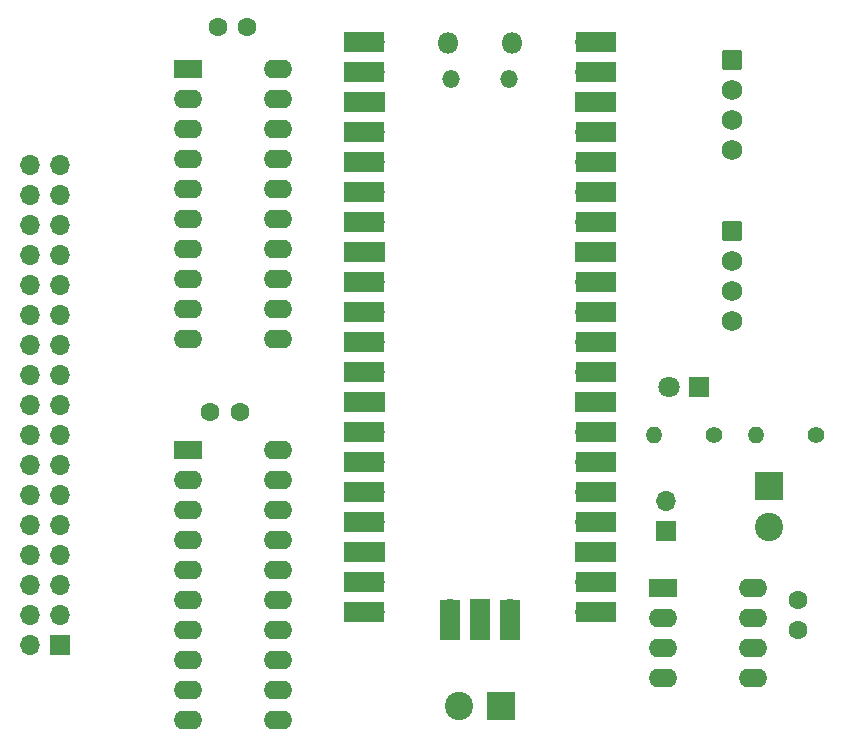
<source format=gbr>
%TF.GenerationSoftware,KiCad,Pcbnew,(5.99.0-13096-g792a8dca9d)*%
%TF.CreationDate,2021-11-07T07:43:55+01:00*%
%TF.ProjectId,wpcpowermon,77706370-6f77-4657-926d-6f6e2e6b6963,rev?*%
%TF.SameCoordinates,Original*%
%TF.FileFunction,Soldermask,Top*%
%TF.FilePolarity,Negative*%
%FSLAX46Y46*%
G04 Gerber Fmt 4.6, Leading zero omitted, Abs format (unit mm)*
G04 Created by KiCad (PCBNEW (5.99.0-13096-g792a8dca9d)) date 2021-11-07 07:43:55*
%MOMM*%
%LPD*%
G01*
G04 APERTURE LIST*
G04 Aperture macros list*
%AMRoundRect*
0 Rectangle with rounded corners*
0 $1 Rounding radius*
0 $2 $3 $4 $5 $6 $7 $8 $9 X,Y pos of 4 corners*
0 Add a 4 corners polygon primitive as box body*
4,1,4,$2,$3,$4,$5,$6,$7,$8,$9,$2,$3,0*
0 Add four circle primitives for the rounded corners*
1,1,$1+$1,$2,$3*
1,1,$1+$1,$4,$5*
1,1,$1+$1,$6,$7*
1,1,$1+$1,$8,$9*
0 Add four rect primitives between the rounded corners*
20,1,$1+$1,$2,$3,$4,$5,0*
20,1,$1+$1,$4,$5,$6,$7,0*
20,1,$1+$1,$6,$7,$8,$9,0*
20,1,$1+$1,$8,$9,$2,$3,0*%
G04 Aperture macros list end*
%ADD10R,2.400000X2.400000*%
%ADD11C,2.400000*%
%ADD12R,2.400000X1.600000*%
%ADD13O,2.400000X1.600000*%
%ADD14C,1.600000*%
%ADD15R,1.700000X1.700000*%
%ADD16O,1.700000X1.700000*%
%ADD17C,1.400000*%
%ADD18O,1.400000X1.400000*%
%ADD19R,1.800000X1.800000*%
%ADD20C,1.800000*%
%ADD21RoundRect,0.250000X-0.620000X0.620000X-0.620000X-0.620000X0.620000X-0.620000X0.620000X0.620000X0*%
%ADD22C,1.740000*%
%ADD23O,1.500000X1.500000*%
%ADD24O,1.800000X1.800000*%
%ADD25R,3.500000X1.700000*%
%ADD26R,1.700000X3.500000*%
G04 APERTURE END LIST*
D10*
%TO.C,J4*%
X123670000Y-122020000D03*
D11*
X120170000Y-122020000D03*
%TD*%
D12*
%TO.C,U6*%
X137399000Y-112024000D03*
D13*
X137399000Y-114564000D03*
X137399000Y-117104000D03*
X137399000Y-119644000D03*
X145019000Y-119644000D03*
X145019000Y-117104000D03*
X145019000Y-114564000D03*
X145019000Y-112024000D03*
%TD*%
D14*
%TO.C,C3*%
X148844000Y-113050000D03*
X148844000Y-115550000D03*
%TD*%
D15*
%TO.C,JP1*%
X137668000Y-107188000D03*
D16*
X137668000Y-104648000D03*
%TD*%
D12*
%TO.C,U3*%
X97155000Y-100330000D03*
D13*
X97155000Y-102870000D03*
X97155000Y-105410000D03*
X97155000Y-107950000D03*
X97155000Y-110490000D03*
X97155000Y-113030000D03*
X97155000Y-115570000D03*
X97155000Y-118110000D03*
X97155000Y-120650000D03*
X97155000Y-123190000D03*
X104775000Y-123190000D03*
X104775000Y-120650000D03*
X104775000Y-118110000D03*
X104775000Y-115570000D03*
X104775000Y-113030000D03*
X104775000Y-110490000D03*
X104775000Y-107950000D03*
X104775000Y-105410000D03*
X104775000Y-102870000D03*
X104775000Y-100330000D03*
%TD*%
D14*
%TO.C,C1*%
X99695000Y-64516000D03*
X102195000Y-64516000D03*
%TD*%
D12*
%TO.C,U4*%
X97155000Y-68072000D03*
D13*
X97155000Y-70612000D03*
X97155000Y-73152000D03*
X97155000Y-75692000D03*
X97155000Y-78232000D03*
X97155000Y-80772000D03*
X97155000Y-83312000D03*
X97155000Y-85852000D03*
X97155000Y-88392000D03*
X97155000Y-90932000D03*
X104775000Y-90932000D03*
X104775000Y-88392000D03*
X104775000Y-85852000D03*
X104775000Y-83312000D03*
X104775000Y-80772000D03*
X104775000Y-78232000D03*
X104775000Y-75692000D03*
X104775000Y-73152000D03*
X104775000Y-70612000D03*
X104775000Y-68072000D03*
%TD*%
D15*
%TO.C,J1001*%
X86365000Y-116845000D03*
D16*
X83825000Y-116845000D03*
X86365000Y-114305000D03*
X83825000Y-114305000D03*
X86365000Y-111765000D03*
X83825000Y-111765000D03*
X86365000Y-109225000D03*
X83825000Y-109225000D03*
X86365000Y-106685000D03*
X83825000Y-106685000D03*
X86365000Y-104145000D03*
X83825000Y-104145000D03*
X86365000Y-101605000D03*
X83825000Y-101605000D03*
X86365000Y-99065000D03*
X83825000Y-99065000D03*
X86365000Y-96525000D03*
X83825000Y-96525000D03*
X86365000Y-93985000D03*
X83825000Y-93985000D03*
X86365000Y-91445000D03*
X83825000Y-91445000D03*
X86365000Y-88905000D03*
X83825000Y-88905000D03*
X86365000Y-86365000D03*
X83825000Y-86365000D03*
X86365000Y-83825000D03*
X83825000Y-83825000D03*
X86365000Y-81285000D03*
X83825000Y-81285000D03*
X86365000Y-78745000D03*
X83825000Y-78745000D03*
X86365000Y-76205000D03*
X83825000Y-76205000D03*
%TD*%
D14*
%TO.C,C2*%
X99080000Y-97155000D03*
X101580000Y-97155000D03*
%TD*%
D17*
%TO.C,R1*%
X150368000Y-99060000D03*
D18*
X145288000Y-99060000D03*
%TD*%
D10*
%TO.C,J1*%
X146404000Y-103406000D03*
D11*
X146404000Y-106906000D03*
%TD*%
D19*
%TO.C,D1*%
X140467000Y-94996000D03*
D20*
X137927000Y-94996000D03*
%TD*%
D21*
%TO.C,J3*%
X143256000Y-81788000D03*
D22*
X143256000Y-84328000D03*
X143256000Y-86868000D03*
X143256000Y-89408000D03*
%TD*%
D21*
%TO.C,J2*%
X143256000Y-67310000D03*
D22*
X143256000Y-69850000D03*
X143256000Y-72390000D03*
X143256000Y-74930000D03*
%TD*%
D23*
%TO.C,U5*%
X124345000Y-68946000D03*
D24*
X124645000Y-65916000D03*
D23*
X119495000Y-68946000D03*
D24*
X119195000Y-65916000D03*
D25*
X112130000Y-65786000D03*
D16*
X113030000Y-65786000D03*
X113030000Y-68326000D03*
D25*
X112130000Y-68326000D03*
D15*
X113030000Y-70866000D03*
D25*
X112130000Y-70866000D03*
X112130000Y-73406000D03*
D16*
X113030000Y-73406000D03*
D25*
X112130000Y-75946000D03*
D16*
X113030000Y-75946000D03*
X113030000Y-78486000D03*
D25*
X112130000Y-78486000D03*
X112130000Y-81026000D03*
D16*
X113030000Y-81026000D03*
D25*
X112130000Y-83566000D03*
D15*
X113030000Y-83566000D03*
D16*
X113030000Y-86106000D03*
D25*
X112130000Y-86106000D03*
X112130000Y-88646000D03*
D16*
X113030000Y-88646000D03*
X113030000Y-91186000D03*
D25*
X112130000Y-91186000D03*
X112130000Y-93726000D03*
D16*
X113030000Y-93726000D03*
D25*
X112130000Y-96266000D03*
D15*
X113030000Y-96266000D03*
D16*
X113030000Y-98806000D03*
D25*
X112130000Y-98806000D03*
X112130000Y-101346000D03*
D16*
X113030000Y-101346000D03*
D25*
X112130000Y-103886000D03*
D16*
X113030000Y-103886000D03*
X113030000Y-106426000D03*
D25*
X112130000Y-106426000D03*
X112130000Y-108966000D03*
D15*
X113030000Y-108966000D03*
D25*
X112130000Y-111506000D03*
D16*
X113030000Y-111506000D03*
D25*
X112130000Y-114046000D03*
D16*
X113030000Y-114046000D03*
D25*
X131710000Y-114046000D03*
D16*
X130810000Y-114046000D03*
D25*
X131710000Y-111506000D03*
D16*
X130810000Y-111506000D03*
D25*
X131710000Y-108966000D03*
D15*
X130810000Y-108966000D03*
D16*
X130810000Y-106426000D03*
D25*
X131710000Y-106426000D03*
D16*
X130810000Y-103886000D03*
D25*
X131710000Y-103886000D03*
D16*
X130810000Y-101346000D03*
D25*
X131710000Y-101346000D03*
X131710000Y-98806000D03*
D16*
X130810000Y-98806000D03*
D15*
X130810000Y-96266000D03*
D25*
X131710000Y-96266000D03*
X131710000Y-93726000D03*
D16*
X130810000Y-93726000D03*
X130810000Y-91186000D03*
D25*
X131710000Y-91186000D03*
D16*
X130810000Y-88646000D03*
D25*
X131710000Y-88646000D03*
D16*
X130810000Y-86106000D03*
D25*
X131710000Y-86106000D03*
D15*
X130810000Y-83566000D03*
D25*
X131710000Y-83566000D03*
D16*
X130810000Y-81026000D03*
D25*
X131710000Y-81026000D03*
X131710000Y-78486000D03*
D16*
X130810000Y-78486000D03*
D25*
X131710000Y-75946000D03*
D16*
X130810000Y-75946000D03*
X130810000Y-73406000D03*
D25*
X131710000Y-73406000D03*
X131710000Y-70866000D03*
D15*
X130810000Y-70866000D03*
D16*
X130810000Y-68326000D03*
D25*
X131710000Y-68326000D03*
D16*
X130810000Y-65786000D03*
D25*
X131710000Y-65786000D03*
D16*
X119380000Y-113816000D03*
D26*
X119380000Y-114716000D03*
X121920000Y-114716000D03*
D15*
X121920000Y-113816000D03*
D26*
X124460000Y-114716000D03*
D16*
X124460000Y-113816000D03*
%TD*%
D17*
%TO.C,R2*%
X141732000Y-99060000D03*
D18*
X136652000Y-99060000D03*
%TD*%
M02*

</source>
